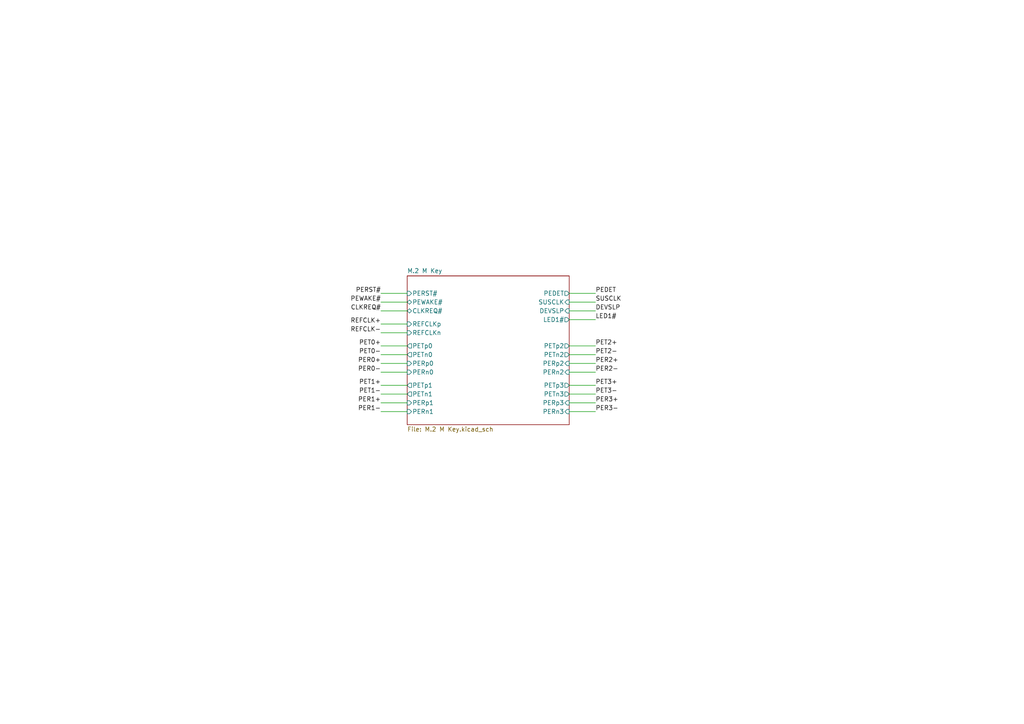
<source format=kicad_sch>
(kicad_sch
	(version 20250114)
	(generator "eeschema")
	(generator_version "9.0")
	(uuid "51d3b2a4-79a2-490c-bf93-bef617b30261")
	(paper "A4")
	(lib_symbols)
	(wire
		(pts
			(xy 110.49 85.09) (xy 118.11 85.09)
		)
		(stroke
			(width 0)
			(type default)
		)
		(uuid "07e4f5ac-b51c-4ca5-8b0e-e6ebd8d06676")
	)
	(wire
		(pts
			(xy 110.49 102.87) (xy 118.11 102.87)
		)
		(stroke
			(width 0)
			(type default)
		)
		(uuid "14330206-192f-444d-bf81-6439f9047c83")
	)
	(wire
		(pts
			(xy 165.1 90.17) (xy 172.72 90.17)
		)
		(stroke
			(width 0)
			(type default)
		)
		(uuid "2761aaf5-66d3-4e93-a0bc-0ae4654819b7")
	)
	(wire
		(pts
			(xy 165.1 111.76) (xy 172.72 111.76)
		)
		(stroke
			(width 0)
			(type default)
		)
		(uuid "3e83adf6-33d2-4097-ae6e-42d07eaec0d7")
	)
	(wire
		(pts
			(xy 165.1 116.84) (xy 172.72 116.84)
		)
		(stroke
			(width 0)
			(type default)
		)
		(uuid "47ef72af-a0f2-4bff-b1bb-a5172b208c53")
	)
	(wire
		(pts
			(xy 165.1 107.95) (xy 172.72 107.95)
		)
		(stroke
			(width 0)
			(type default)
		)
		(uuid "5290c484-d061-48dd-82ca-f6f6abc5139b")
	)
	(wire
		(pts
			(xy 165.1 119.38) (xy 172.72 119.38)
		)
		(stroke
			(width 0)
			(type default)
		)
		(uuid "54e7aa85-3439-47b8-a31b-52eae111bd8a")
	)
	(wire
		(pts
			(xy 110.49 119.38) (xy 118.11 119.38)
		)
		(stroke
			(width 0)
			(type default)
		)
		(uuid "57c3efe6-22b1-4998-ba6e-5c27994a09e1")
	)
	(wire
		(pts
			(xy 165.1 114.3) (xy 172.72 114.3)
		)
		(stroke
			(width 0)
			(type default)
		)
		(uuid "6befe45b-5638-4491-b931-c1d31f8bcf81")
	)
	(wire
		(pts
			(xy 110.49 93.98) (xy 118.11 93.98)
		)
		(stroke
			(width 0)
			(type default)
		)
		(uuid "707c6ddf-0dc5-4c4c-99b5-37296281bdea")
	)
	(wire
		(pts
			(xy 110.49 107.95) (xy 118.11 107.95)
		)
		(stroke
			(width 0)
			(type default)
		)
		(uuid "8aa019d9-b013-4b40-b454-3ed5482235af")
	)
	(wire
		(pts
			(xy 165.1 87.63) (xy 172.72 87.63)
		)
		(stroke
			(width 0)
			(type default)
		)
		(uuid "a9f2ae90-294d-44f4-a652-7f1b116d3026")
	)
	(wire
		(pts
			(xy 110.49 96.52) (xy 118.11 96.52)
		)
		(stroke
			(width 0)
			(type default)
		)
		(uuid "ad813236-626e-476d-a7a5-4f1ffd0547b6")
	)
	(wire
		(pts
			(xy 110.49 111.76) (xy 118.11 111.76)
		)
		(stroke
			(width 0)
			(type default)
		)
		(uuid "b337045b-6962-4c22-8377-bb309053b486")
	)
	(wire
		(pts
			(xy 165.1 85.09) (xy 172.72 85.09)
		)
		(stroke
			(width 0)
			(type default)
		)
		(uuid "c2bc0e91-156a-4857-b940-93a2c672ccc4")
	)
	(wire
		(pts
			(xy 165.1 105.41) (xy 172.72 105.41)
		)
		(stroke
			(width 0)
			(type default)
		)
		(uuid "cae79b9e-77a9-48d1-9866-9d63d48f3433")
	)
	(wire
		(pts
			(xy 110.49 114.3) (xy 118.11 114.3)
		)
		(stroke
			(width 0)
			(type default)
		)
		(uuid "d029d312-000a-4c11-a4a4-6704a0cf2161")
	)
	(wire
		(pts
			(xy 110.49 100.33) (xy 118.11 100.33)
		)
		(stroke
			(width 0)
			(type default)
		)
		(uuid "d2d8394b-3022-4308-9ce6-3f1b9eb7804d")
	)
	(wire
		(pts
			(xy 110.49 87.63) (xy 118.11 87.63)
		)
		(stroke
			(width 0)
			(type default)
		)
		(uuid "def3a4e7-d13e-4066-bbda-c12dbca16ff6")
	)
	(wire
		(pts
			(xy 110.49 90.17) (xy 118.11 90.17)
		)
		(stroke
			(width 0)
			(type default)
		)
		(uuid "e2c17918-874a-4185-bfc2-b999710dee74")
	)
	(wire
		(pts
			(xy 110.49 105.41) (xy 118.11 105.41)
		)
		(stroke
			(width 0)
			(type default)
		)
		(uuid "e2c80fdb-3a4b-40a0-90b0-80bc66a85697")
	)
	(wire
		(pts
			(xy 165.1 92.71) (xy 172.72 92.71)
		)
		(stroke
			(width 0)
			(type default)
		)
		(uuid "e84754a8-b9a8-44c3-af23-5a751ea111c9")
	)
	(wire
		(pts
			(xy 165.1 100.33) (xy 172.72 100.33)
		)
		(stroke
			(width 0)
			(type default)
		)
		(uuid "eb269c6d-fd0a-4c94-8219-9eefcb228d3e")
	)
	(wire
		(pts
			(xy 110.49 116.84) (xy 118.11 116.84)
		)
		(stroke
			(width 0)
			(type default)
		)
		(uuid "f7cc616f-342a-478a-b257-e1ae12cc91fa")
	)
	(wire
		(pts
			(xy 165.1 102.87) (xy 172.72 102.87)
		)
		(stroke
			(width 0)
			(type default)
		)
		(uuid "ffc28a8f-7479-43b6-8f06-010a956aefb5")
	)
	(label "PET3+"
		(at 172.72 111.76 0)
		(effects
			(font
				(size 1.27 1.27)
			)
			(justify left bottom)
		)
		(uuid "07a98b83-a2e1-4bcb-b794-57f2cc31cc96")
	)
	(label "PER1+"
		(at 110.49 116.84 180)
		(effects
			(font
				(size 1.27 1.27)
			)
			(justify right bottom)
		)
		(uuid "30c11a58-628b-4af4-8494-ca7cea6b8361")
	)
	(label "PER0+"
		(at 110.49 105.41 180)
		(effects
			(font
				(size 1.27 1.27)
			)
			(justify right bottom)
		)
		(uuid "3d9a0af1-cf85-4ab7-a55b-3d07da8f952d")
	)
	(label "PET1-"
		(at 110.49 114.3 180)
		(effects
			(font
				(size 1.27 1.27)
			)
			(justify right bottom)
		)
		(uuid "413c2570-47a9-4f60-901d-a30c84c851e7")
	)
	(label "PER2-"
		(at 172.72 107.95 0)
		(effects
			(font
				(size 1.27 1.27)
			)
			(justify left bottom)
		)
		(uuid "45201131-9855-4127-908f-182a60f0ce50")
	)
	(label "PER3-"
		(at 172.72 119.38 0)
		(effects
			(font
				(size 1.27 1.27)
			)
			(justify left bottom)
		)
		(uuid "4e76f625-29d6-46c1-a20e-9de54715fcbf")
	)
	(label "PET2+"
		(at 172.72 100.33 0)
		(effects
			(font
				(size 1.27 1.27)
			)
			(justify left bottom)
		)
		(uuid "4fbf7159-ea1c-46cd-abf8-814fe092cd25")
	)
	(label "SUSCLK"
		(at 172.72 87.63 0)
		(effects
			(font
				(size 1.27 1.27)
			)
			(justify left bottom)
		)
		(uuid "6f846180-9def-44ba-a104-f847d1da9a91")
	)
	(label "PET3-"
		(at 172.72 114.3 0)
		(effects
			(font
				(size 1.27 1.27)
			)
			(justify left bottom)
		)
		(uuid "724397b4-e8b2-46cc-a820-50839148c92b")
	)
	(label "REFCLK-"
		(at 110.49 96.52 180)
		(effects
			(font
				(size 1.27 1.27)
			)
			(justify right bottom)
		)
		(uuid "7b0b01b0-97f0-435c-a0d2-853f7129725e")
	)
	(label "PEWAKE#"
		(at 110.49 87.63 180)
		(effects
			(font
				(size 1.27 1.27)
			)
			(justify right bottom)
		)
		(uuid "7f5e03e2-3418-4ad6-9ba1-3d55be908adc")
	)
	(label "PERST#"
		(at 110.49 85.09 180)
		(effects
			(font
				(size 1.27 1.27)
			)
			(justify right bottom)
		)
		(uuid "7f78d338-9dc9-4d4c-9b23-186ae2b7ecc7")
	)
	(label "DEVSLP"
		(at 172.72 90.17 0)
		(effects
			(font
				(size 1.27 1.27)
			)
			(justify left bottom)
		)
		(uuid "9379b7a5-a0fe-4380-9c55-4e611ead5da7")
	)
	(label "PET0+"
		(at 110.49 100.33 180)
		(effects
			(font
				(size 1.27 1.27)
			)
			(justify right bottom)
		)
		(uuid "958bd4bb-58ec-47dc-b6b2-4c415cc405f9")
	)
	(label "REFCLK+"
		(at 110.49 93.98 180)
		(effects
			(font
				(size 1.27 1.27)
			)
			(justify right bottom)
		)
		(uuid "a071f335-a645-4185-878e-d8d97a542ac3")
	)
	(label "PET0-"
		(at 110.49 102.87 180)
		(effects
			(font
				(size 1.27 1.27)
			)
			(justify right bottom)
		)
		(uuid "a4da3ac9-62c6-4f44-9c9a-573c93301dc0")
	)
	(label "PER0-"
		(at 110.49 107.95 180)
		(effects
			(font
				(size 1.27 1.27)
			)
			(justify right bottom)
		)
		(uuid "a566a261-ba67-4da5-9596-6ca566c7eb0a")
	)
	(label "LED1#"
		(at 172.72 92.71 0)
		(effects
			(font
				(size 1.27 1.27)
			)
			(justify left bottom)
		)
		(uuid "b001d2bd-9a04-48a1-b921-1f5716f7d5af")
	)
	(label "CLKREQ#"
		(at 110.49 90.17 180)
		(effects
			(font
				(size 1.27 1.27)
			)
			(justify right bottom)
		)
		(uuid "cb657890-8ea7-4b8b-8a4d-b44f9040771b")
	)
	(label "PER3+"
		(at 172.72 116.84 0)
		(effects
			(font
				(size 1.27 1.27)
			)
			(justify left bottom)
		)
		(uuid "cef5045c-e465-44fb-a817-ddc3c6c085f8")
	)
	(label "PET1+"
		(at 110.49 111.76 180)
		(effects
			(font
				(size 1.27 1.27)
			)
			(justify right bottom)
		)
		(uuid "d13012e8-3236-4d57-b3af-75ccc1dd4008")
	)
	(label "PER1-"
		(at 110.49 119.38 180)
		(effects
			(font
				(size 1.27 1.27)
			)
			(justify right bottom)
		)
		(uuid "dc02d88f-f8e3-4e4e-bc41-b2dacb99cadb")
	)
	(label "PER2+"
		(at 172.72 105.41 0)
		(effects
			(font
				(size 1.27 1.27)
			)
			(justify left bottom)
		)
		(uuid "f093dd64-15e8-475c-b6eb-2414d4f29f4f")
	)
	(label "PEDET"
		(at 172.72 85.09 0)
		(effects
			(font
				(size 1.27 1.27)
			)
			(justify left bottom)
		)
		(uuid "f4cda9c1-a7c8-44b5-bb15-e60da41e9dc6")
	)
	(label "PET2-"
		(at 172.72 102.87 0)
		(effects
			(font
				(size 1.27 1.27)
			)
			(justify left bottom)
		)
		(uuid "fccc8f88-fa5e-42a6-8697-073b0087ad9f")
	)
	(sheet
		(at 118.11 80.01)
		(size 46.99 43.18)
		(exclude_from_sim no)
		(in_bom yes)
		(on_board yes)
		(dnp no)
		(fields_autoplaced yes)
		(stroke
			(width 0.1524)
			(type solid)
		)
		(fill
			(color 0 0 0 0.0000)
		)
		(uuid "cdbe3338-4e5b-44c5-88d6-d72a964e7c75")
		(property "Sheetname" "M.2 M Key"
			(at 118.11 79.2984 0)
			(effects
				(font
					(size 1.27 1.27)
				)
				(justify left bottom)
			)
		)
		(property "Sheetfile" "M.2 M Key.kicad_sch"
			(at 118.11 123.7746 0)
			(effects
				(font
					(size 1.27 1.27)
				)
				(justify left top)
			)
		)
		(pin "PERST#" input
			(at 118.11 85.09 180)
			(uuid "34820e8f-8165-4a16-ba72-5739e493489f")
			(effects
				(font
					(size 1.27 1.27)
				)
				(justify left)
			)
		)
		(pin "PEWAKE#" bidirectional
			(at 118.11 87.63 180)
			(uuid "b4718f9c-4bb8-4f69-94a5-f81f06bcbb1a")
			(effects
				(font
					(size 1.27 1.27)
				)
				(justify left)
			)
		)
		(pin "CLKREQ#" bidirectional
			(at 118.11 90.17 180)
			(uuid "a386eb8d-5ae1-46f1-8bb7-19af0e5f190a")
			(effects
				(font
					(size 1.27 1.27)
				)
				(justify left)
			)
		)
		(pin "REFCLKp" input
			(at 118.11 93.98 180)
			(uuid "afabd26a-31a4-481f-a082-284e1dfc80a5")
			(effects
				(font
					(size 1.27 1.27)
				)
				(justify left)
			)
		)
		(pin "REFCLKn" input
			(at 118.11 96.52 180)
			(uuid "bea3b5e3-eb30-4938-a626-5254f0f74978")
			(effects
				(font
					(size 1.27 1.27)
				)
				(justify left)
			)
		)
		(pin "PETp0" output
			(at 118.11 100.33 180)
			(uuid "ee1550cd-866f-44b2-b258-84ffcc3bab13")
			(effects
				(font
					(size 1.27 1.27)
				)
				(justify left)
			)
		)
		(pin "PERp0" input
			(at 118.11 105.41 180)
			(uuid "ca83829e-b2eb-43af-9d5d-a869cbdaa2db")
			(effects
				(font
					(size 1.27 1.27)
				)
				(justify left)
			)
		)
		(pin "PETn0" output
			(at 118.11 102.87 180)
			(uuid "8ee968a0-1941-4734-82bc-1409378e4ef6")
			(effects
				(font
					(size 1.27 1.27)
				)
				(justify left)
			)
		)
		(pin "PERn0" input
			(at 118.11 107.95 180)
			(uuid "65d00c4e-11ee-4445-ac4a-a58adf49d273")
			(effects
				(font
					(size 1.27 1.27)
				)
				(justify left)
			)
		)
		(pin "PETp1" output
			(at 118.11 111.76 180)
			(uuid "7c905576-49be-4b3b-90ba-376634072cfa")
			(effects
				(font
					(size 1.27 1.27)
				)
				(justify left)
			)
		)
		(pin "PETn1" output
			(at 118.11 114.3 180)
			(uuid "a8ca1c4b-a9ea-40d1-a78c-1d3aeb0a38b8")
			(effects
				(font
					(size 1.27 1.27)
				)
				(justify left)
			)
		)
		(pin "PERn1" input
			(at 118.11 119.38 180)
			(uuid "e01bd857-c75a-4279-9de8-0bd609399652")
			(effects
				(font
					(size 1.27 1.27)
				)
				(justify left)
			)
		)
		(pin "PERp1" input
			(at 118.11 116.84 180)
			(uuid "b4717d57-25ea-41d6-97d4-7bddf347d446")
			(effects
				(font
					(size 1.27 1.27)
				)
				(justify left)
			)
		)
		(pin "PETn2" output
			(at 165.1 102.87 0)
			(uuid "56196eb9-fb00-4254-9dbb-87bb9ae7cdb1")
			(effects
				(font
					(size 1.27 1.27)
				)
				(justify right)
			)
		)
		(pin "PETp2" output
			(at 165.1 100.33 0)
			(uuid "c8346202-c041-40f7-8cb8-6d9ec03e572a")
			(effects
				(font
					(size 1.27 1.27)
				)
				(justify right)
			)
		)
		(pin "PERp2" input
			(at 165.1 105.41 0)
			(uuid "8d333b19-82e5-4f7c-96e9-5fd2c2d147e2")
			(effects
				(font
					(size 1.27 1.27)
				)
				(justify right)
			)
		)
		(pin "PERn2" input
			(at 165.1 107.95 0)
			(uuid "c52495d2-069a-4239-aea3-a3a31a0272b2")
			(effects
				(font
					(size 1.27 1.27)
				)
				(justify right)
			)
		)
		(pin "PETp3" output
			(at 165.1 111.76 0)
			(uuid "924b3e68-29cb-4119-87b2-3a3519a94a68")
			(effects
				(font
					(size 1.27 1.27)
				)
				(justify right)
			)
		)
		(pin "PETn3" output
			(at 165.1 114.3 0)
			(uuid "a37bc544-3689-4a3e-a043-f24b54351fa6")
			(effects
				(font
					(size 1.27 1.27)
				)
				(justify right)
			)
		)
		(pin "PERn3" input
			(at 165.1 119.38 0)
			(uuid "0daf64a3-ae3c-46a5-a4d8-f3f9acf17d2a")
			(effects
				(font
					(size 1.27 1.27)
				)
				(justify right)
			)
		)
		(pin "PERp3" input
			(at 165.1 116.84 0)
			(uuid "2cf3be64-bee1-40aa-b37b-f45b1f827612")
			(effects
				(font
					(size 1.27 1.27)
				)
				(justify right)
			)
		)
		(pin "PEDET" output
			(at 165.1 85.09 0)
			(uuid "53194a0a-db03-408d-913d-a5fa306f5974")
			(effects
				(font
					(size 1.27 1.27)
				)
				(justify right)
			)
		)
		(pin "SUSCLK" input
			(at 165.1 87.63 0)
			(uuid "bf397499-5251-4de1-949b-8cf2fabe595f")
			(effects
				(font
					(size 1.27 1.27)
				)
				(justify right)
			)
		)
		(pin "DEVSLP" input
			(at 165.1 90.17 0)
			(uuid "1d746748-7cf5-413f-99db-6f13f24c3398")
			(effects
				(font
					(size 1.27 1.27)
				)
				(justify right)
			)
		)
		(pin "LED1#" output
			(at 165.1 92.71 0)
			(uuid "1e49847e-f60a-4ba4-b367-59ff53526b2f")
			(effects
				(font
					(size 1.27 1.27)
				)
				(justify right)
			)
		)
		(instances
			(project "M.2 M Key 2260"
				(path "/51d3b2a4-79a2-490c-bf93-bef617b30261"
					(page "2")
				)
			)
		)
	)
	(sheet_instances
		(path "/"
			(page "1")
		)
	)
	(embedded_fonts no)
)

</source>
